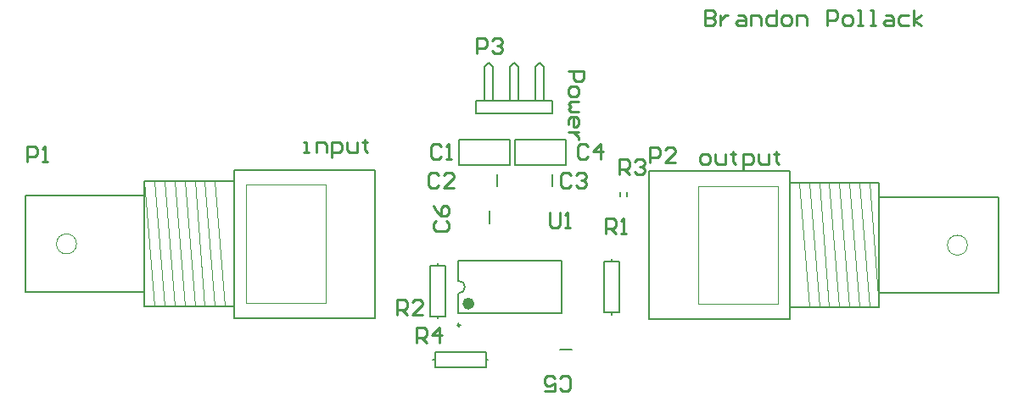
<source format=gto>
%FSLAX25Y25*%
%MOIN*%
G70*
G01*
G75*
%ADD10R,0.05512X0.04724*%
%ADD11R,0.05512X0.05512*%
%ADD12R,0.05512X0.05906*%
%ADD13R,0.03543X0.02756*%
%ADD14C,0.02500*%
%ADD15C,0.01000*%
%ADD16C,0.16000*%
%ADD17R,0.05906X0.05906*%
%ADD18C,0.05906*%
%ADD19C,0.05512*%
%ADD20R,0.05906X0.05906*%
%ADD21C,0.04724*%
%ADD22C,0.12992*%
%ADD23C,0.00787*%
%ADD24C,0.00984*%
%ADD25C,0.02362*%
%ADD26C,0.00098*%
%ADD27C,0.00098*%
D15*
X272500Y144998D02*
Y139000D01*
X275499D01*
X276499Y140000D01*
Y140999D01*
X275499Y141999D01*
X272500D01*
X275499D01*
X276499Y142999D01*
Y143998D01*
X275499Y144998D01*
X272500D01*
X278498Y142999D02*
Y139000D01*
Y140999D01*
X279498Y141999D01*
X280497Y142999D01*
X281497D01*
X285496D02*
X287495D01*
X288495Y141999D01*
Y139000D01*
X285496D01*
X284496Y140000D01*
X285496Y140999D01*
X288495D01*
X290494Y139000D02*
Y142999D01*
X293493D01*
X294493Y141999D01*
Y139000D01*
X300491Y144998D02*
Y139000D01*
X297492D01*
X296492Y140000D01*
Y141999D01*
X297492Y142999D01*
X300491D01*
X303490Y139000D02*
X305489D01*
X306489Y140000D01*
Y141999D01*
X305489Y142999D01*
X303490D01*
X302490Y141999D01*
Y140000D01*
X303490Y139000D01*
X308488D02*
Y142999D01*
X311487D01*
X312487Y141999D01*
Y139000D01*
X320484D02*
Y144998D01*
X323483D01*
X324483Y143998D01*
Y141999D01*
X323483Y140999D01*
X320484D01*
X327482Y139000D02*
X329482D01*
X330481Y140000D01*
Y141999D01*
X329482Y142999D01*
X327482D01*
X326483Y141999D01*
Y140000D01*
X327482Y139000D01*
X332481D02*
X334480D01*
X333480D01*
Y144998D01*
X332481D01*
X337479Y139000D02*
X339478D01*
X338479D01*
Y144998D01*
X337479D01*
X343477Y142999D02*
X345476D01*
X346476Y141999D01*
Y139000D01*
X343477D01*
X342477Y140000D01*
X343477Y140999D01*
X346476D01*
X352474Y142999D02*
X349475D01*
X348475Y141999D01*
Y140000D01*
X349475Y139000D01*
X352474D01*
X354473D02*
Y144998D01*
Y140999D02*
X357472Y142999D01*
X354473Y140999D02*
X357472Y139000D01*
X215501Y-3998D02*
X216501Y-4998D01*
X218500D01*
X219500Y-3998D01*
Y0D01*
X218500Y1000D01*
X216501D01*
X215501Y0D01*
X209503Y-4998D02*
X213502D01*
Y-1999D01*
X211503Y-2999D01*
X210503D01*
X209503Y-1999D01*
Y0D01*
X210503Y1000D01*
X212502D01*
X213502Y0D01*
X211500Y65498D02*
Y60500D01*
X212500Y59500D01*
X214499D01*
X215499Y60500D01*
Y65498D01*
X217498Y59500D02*
X219497D01*
X218498D01*
Y65498D01*
X217498Y64498D01*
X151500Y25000D02*
Y30998D01*
X154499D01*
X155499Y29998D01*
Y27999D01*
X154499Y26999D01*
X151500D01*
X153499D02*
X155499Y25000D01*
X161497D02*
X157498D01*
X161497Y28999D01*
Y29998D01*
X160497Y30998D01*
X158498D01*
X157498Y29998D01*
X219000Y121000D02*
X224998D01*
Y118001D01*
X223998Y117001D01*
X221999D01*
X220999Y118001D01*
Y121000D01*
X219000Y114002D02*
Y112003D01*
X220000Y111003D01*
X221999D01*
X222999Y112003D01*
Y114002D01*
X221999Y115002D01*
X220000D01*
X219000Y114002D01*
X222999Y109004D02*
X220000D01*
X219000Y108004D01*
X220000Y107004D01*
X219000Y106005D01*
X220000Y105005D01*
X222999D01*
X219000Y100007D02*
Y102006D01*
X220000Y103006D01*
X221999D01*
X222999Y102006D01*
Y100007D01*
X221999Y99007D01*
X220999D01*
Y103006D01*
X222999Y97008D02*
X219000D01*
X220999D01*
X221999Y96008D01*
X222999Y95008D01*
Y94009D01*
X183100Y127900D02*
Y133898D01*
X186099D01*
X187099Y132898D01*
Y130899D01*
X186099Y129899D01*
X183100D01*
X189098Y132898D02*
X190098Y133898D01*
X192097D01*
X193097Y132898D01*
Y131899D01*
X192097Y130899D01*
X191097D01*
X192097D01*
X193097Y129899D01*
Y128900D01*
X192097Y127900D01*
X190098D01*
X189098Y128900D01*
X167999Y79998D02*
X166999Y80998D01*
X165000D01*
X164000Y79998D01*
Y76000D01*
X165000Y75000D01*
X166999D01*
X167999Y76000D01*
X173997Y75000D02*
X169998D01*
X173997Y78999D01*
Y79998D01*
X172997Y80998D01*
X170998D01*
X169998Y79998D01*
X168999Y91498D02*
X167999Y92498D01*
X166000D01*
X165000Y91498D01*
Y87500D01*
X166000Y86500D01*
X167999D01*
X168999Y87500D01*
X170998Y86500D02*
X172997D01*
X171998D01*
Y92498D01*
X170998Y91498D01*
X226499D02*
X225499Y92498D01*
X223500D01*
X222500Y91498D01*
Y87500D01*
X223500Y86500D01*
X225499D01*
X226499Y87500D01*
X231497Y86500D02*
Y92498D01*
X228498Y89499D01*
X232497D01*
X167002Y61999D02*
X166002Y60999D01*
Y59000D01*
X167002Y58000D01*
X171000D01*
X172000Y59000D01*
Y60999D01*
X171000Y61999D01*
X166002Y67997D02*
X167002Y65997D01*
X169001Y63998D01*
X171000D01*
X172000Y64998D01*
Y66997D01*
X171000Y67997D01*
X170001D01*
X169001Y66997D01*
Y63998D01*
X219999Y79998D02*
X218999Y80998D01*
X217000D01*
X216000Y79998D01*
Y76000D01*
X217000Y75000D01*
X218999D01*
X219999Y76000D01*
X221998Y79998D02*
X222998Y80998D01*
X224997D01*
X225997Y79998D01*
Y78999D01*
X224997Y77999D01*
X223997D01*
X224997D01*
X225997Y76999D01*
Y76000D01*
X224997Y75000D01*
X222998D01*
X221998Y76000D01*
X271500Y84500D02*
X273499D01*
X274499Y85500D01*
Y87499D01*
X273499Y88499D01*
X271500D01*
X270500Y87499D01*
Y85500D01*
X271500Y84500D01*
X276498Y88499D02*
Y85500D01*
X277498Y84500D01*
X280497D01*
Y88499D01*
X283496Y89498D02*
Y88499D01*
X282496D01*
X284495D01*
X283496D01*
Y85500D01*
X284495Y84500D01*
X287494Y82501D02*
Y88499D01*
X290493D01*
X291493Y87499D01*
Y85500D01*
X290493Y84500D01*
X287494D01*
X293493Y88499D02*
Y85500D01*
X294492Y84500D01*
X297491D01*
Y88499D01*
X300490Y89498D02*
Y88499D01*
X299491D01*
X301490D01*
X300490D01*
Y85500D01*
X301490Y84500D01*
X251100Y85000D02*
Y90998D01*
X254099D01*
X255099Y89998D01*
Y87999D01*
X254099Y86999D01*
X251100D01*
X261097Y85000D02*
X257098D01*
X261097Y88999D01*
Y89998D01*
X260097Y90998D01*
X258098D01*
X257098Y89998D01*
X115000Y89000D02*
X116999D01*
X116000D01*
Y92999D01*
X115000D01*
X119998Y89000D02*
Y92999D01*
X122997D01*
X123997Y91999D01*
Y89000D01*
X125996Y87001D02*
Y92999D01*
X128996D01*
X129995Y91999D01*
Y90000D01*
X128996Y89000D01*
X125996D01*
X131994Y92999D02*
Y90000D01*
X132994Y89000D01*
X135993D01*
Y92999D01*
X138992Y93998D02*
Y92999D01*
X137993D01*
X139992D01*
X138992D01*
Y90000D01*
X139992Y89000D01*
X6200Y85500D02*
Y91498D01*
X9199D01*
X10199Y90498D01*
Y88499D01*
X9199Y87499D01*
X6200D01*
X12198Y85500D02*
X14197D01*
X13198D01*
Y91498D01*
X12198Y90498D01*
X233650Y57150D02*
Y63148D01*
X236649D01*
X237649Y62148D01*
Y60149D01*
X236649Y59149D01*
X233650D01*
X235649D02*
X237649Y57150D01*
X239648D02*
X241647D01*
X240648D01*
Y63148D01*
X239648Y62148D01*
X239100Y80400D02*
Y86398D01*
X242099D01*
X243099Y85398D01*
Y83399D01*
X242099Y82399D01*
X239100D01*
X241099D02*
X243099Y80400D01*
X245098Y85398D02*
X246098Y86398D01*
X248097D01*
X249097Y85398D01*
Y84399D01*
X248097Y83399D01*
X247097D01*
X248097D01*
X249097Y82399D01*
Y81400D01*
X248097Y80400D01*
X246098D01*
X245098Y81400D01*
X159300Y13900D02*
Y19898D01*
X162299D01*
X163299Y18898D01*
Y16899D01*
X162299Y15899D01*
X159300D01*
X161299D02*
X163299Y13900D01*
X168297D02*
Y19898D01*
X165298Y16899D01*
X169297D01*
D23*
X175724Y33500D02*
G03*
X175724Y38500I0J2500D01*
G01*
X215638Y11500D02*
X220362D01*
X175724Y25567D02*
X216276D01*
X175724Y46433D02*
X216276D01*
X175724Y25567D02*
Y33500D01*
Y38500D02*
Y46433D01*
X216276Y25567D02*
Y46433D01*
X167500Y24500D02*
X170500D01*
Y44500D01*
X164500D02*
X170500D01*
X164500Y24500D02*
Y44500D01*
Y24500D02*
X167500D01*
Y44500D02*
Y45400D01*
Y23600D02*
Y24500D01*
X182500Y109500D02*
X212500D01*
X182500Y104500D02*
Y109500D01*
X212500Y104500D02*
Y109500D01*
X182500Y104500D02*
X212500D01*
X209167Y109500D02*
Y122833D01*
X207500Y124500D02*
X209167Y122833D01*
X205833D02*
X207500Y124500D01*
X205833Y109500D02*
Y122833D01*
X199167Y109500D02*
Y122833D01*
X197500Y124500D02*
X199167Y122833D01*
X195833D02*
X197500Y124500D01*
X195833Y109500D02*
Y122833D01*
X189167Y109500D02*
Y122833D01*
X187500Y124500D02*
X189167Y122833D01*
X185833D02*
X187500Y124500D01*
X185833Y109500D02*
Y122833D01*
X190980Y75638D02*
Y80362D01*
X176000Y94000D02*
X196000D01*
X176000Y84000D02*
Y94000D01*
Y84000D02*
X196000D01*
Y94000D01*
X198000Y84000D02*
X218000D01*
Y94000D01*
X198000D02*
X218000D01*
X198000Y84000D02*
Y94000D01*
X188000Y60941D02*
Y66059D01*
X212480Y75638D02*
Y80362D01*
X250520Y23366D02*
Y81634D01*
X306032D01*
Y77106D02*
Y81634D01*
Y77106D02*
X341071D01*
Y71398D02*
Y77106D01*
Y71398D02*
X387921D01*
Y33602D02*
Y71398D01*
X341071Y33602D02*
X387921D01*
X341071Y27894D02*
Y33602D01*
X306032Y27894D02*
X341071D01*
X306032Y23366D02*
Y27894D01*
X250520Y23366D02*
X306032D01*
Y27894D02*
Y77106D01*
X341071Y33602D02*
Y71398D01*
X142980Y23866D02*
Y82134D01*
X87469Y23866D02*
X142980D01*
X87469D02*
Y28394D01*
X52429D02*
X87469D01*
X52429D02*
Y34102D01*
X5579D02*
X52429D01*
X5579D02*
Y71898D01*
X52429D01*
Y77606D01*
X87469D01*
Y82134D01*
X142980D01*
X87469Y28394D02*
Y77606D01*
X52429Y34102D02*
Y71898D01*
X233000Y46000D02*
X236000D01*
X233000Y26000D02*
Y46000D01*
Y26000D02*
X239000D01*
Y46000D01*
X236000D02*
X239000D01*
X236000Y25100D02*
Y26000D01*
Y46000D02*
Y46900D01*
X239122Y71713D02*
Y73287D01*
X241878Y71713D02*
Y73287D01*
X186500Y7500D02*
Y10500D01*
X166500D02*
X186500D01*
X166500Y4500D02*
Y10500D01*
Y4500D02*
X186500D01*
Y7500D01*
X165600D02*
X166500D01*
X186500D02*
X187400D01*
D24*
X176374Y21000D02*
G03*
X176374Y21000I-492J0D01*
G01*
D25*
X180842Y29504D02*
G03*
X180842Y29504I-1181J0D01*
G01*
D26*
X375716Y52500D02*
G03*
X375716Y52500I-3937J0D01*
G01*
X25657Y53000D02*
G03*
X25657Y53000I-3937J0D01*
G01*
X337134Y77106D02*
X341071Y27894D01*
X333197Y77106D02*
X337134Y27894D01*
X329260Y77106D02*
X333197Y27894D01*
X325323Y77106D02*
X329260Y27894D01*
X321386Y77106D02*
X325323Y27894D01*
X317449Y77106D02*
X321386Y27894D01*
X313512Y77106D02*
X317449Y27894D01*
X309575Y77106D02*
X313512Y27894D01*
X301307Y29272D02*
Y75728D01*
X52429Y77606D02*
X56366Y28394D01*
Y77606D02*
X60303Y28394D01*
Y77606D02*
X64240Y28394D01*
Y77606D02*
X68177Y28394D01*
Y77606D02*
X72114Y28394D01*
Y77606D02*
X76051Y28394D01*
Y77606D02*
X79988Y28394D01*
Y77606D02*
X83925Y28394D01*
X92193Y29772D02*
Y76228D01*
D27*
X269811Y29272D02*
X301307D01*
X269811D02*
Y75728D01*
X301307D01*
X306032Y77106D02*
Y81634D01*
X250520D02*
X306032D01*
X250520Y23366D02*
Y81634D01*
Y23366D02*
X306032D01*
Y27894D01*
X341071Y71398D02*
Y77106D01*
X306032D02*
X341071D01*
X306032Y27894D02*
Y77106D01*
Y27894D02*
X341071D01*
Y33602D01*
X387921D01*
X341071D02*
Y71398D01*
X387921D01*
Y33602D02*
Y71398D01*
X92193Y76228D02*
X123689D01*
Y29772D02*
Y76228D01*
X92193Y29772D02*
X123689D01*
X87469Y23866D02*
Y28394D01*
Y23866D02*
X142980D01*
Y82134D01*
X87469D02*
X142980D01*
X87469Y77606D02*
Y82134D01*
X52429Y28394D02*
Y34102D01*
Y28394D02*
X87469D01*
Y77606D01*
X52429D02*
X87469D01*
X52429Y71898D02*
Y77606D01*
X5579Y71898D02*
X52429D01*
Y34102D02*
Y71898D01*
X5579Y34102D02*
X52429D01*
X5579D02*
Y71898D01*
M02*

</source>
